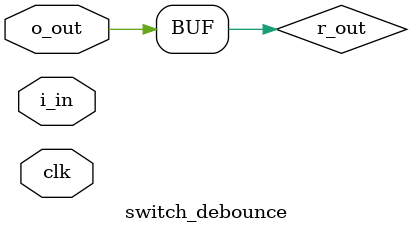
<source format=v>
`timescale 1ns / 1ps


module switch_debounce #(
		
		parameter TIME = 500000   /* amount of counts needed for a time of 4 ms to occur. The counter will count up as long as input is stable.
									 Basically when the input is stable for the above specified TIME parameter (125 MHz * 4ms), the output will follow */ 
		)(
		input clk,
		input i_in,    // switch, button, etc...
		input o_out    // stable and debounced output
		);
			
		// states for FSM
		localparam IDLE = 0;   // idle state
		localparam LTH = 1;    // switch goes from low to high
		localparam HTL = 2;    // switch goes from high to low
		
		reg [1:0] STATE = 0;   // register to keep track of the state
		
		reg r_out = 0;         // output register 
		
		// counter registers
		reg [31:0] counter = 0; // 32 bits so can specify a wide range of the TIME paramter
		reg count_enable = 0;   
		
		
		// always block to count
		always @ (posedge clk)
			begin 
				if (count_enable)
					begin 
						if (counter < TIME - 1)
							counter <= counter + 1;
						else 
							counter <= 0;
					end  // if (count...
				else  // if the count_enable is low
					counter <= 0;
			end  // always
		
		// state machine 
		always @ (posedge clk)
			begin 
				case (STATE)
					
					IDLE : begin   // IDLE is where the input is low, waiting to be switched or pressed (button)
							r_out <= 0;
							count_enable <= 0;
							if (i_in)  // if the input goes high
								STATE <= LTH;  // change state to the low to high (LTH) state
							else 
								STATE <= IDLE;  // else stay in the same state. 
						   end  // IDLE 
					
					LTH : begin 
							if (i_in) 
								begin 
									count_enable <= 1;  // enable counter
									if (counter == TIME - 1)  // if the counter reaches the full time
										begin
											r_out <= 1;  // the input is not bouncing anymore, so make output go high
											STATE <= HTL;  // change state to wait for when input switch goes back low
										end  // if (counter...
									else  // if counter doesn't reach full time
										begin 
											r_out <= 0;  // output not high
											STATE <= LTH;  // keep in same state 
										end  // else 
								end  // if (i_in)	
							else  // if i_in goes back low due to bounce
								begin 
									count_enable <= 0;  // reset counter
									r_out <= 0;
									STATE <= LTH;  // stay in same state 
								end  // else 
						  end  // LTH
						  
					HTL : begin 
							if (!i_in)
								begin 
									count_enable <= 1;  // enable counter
									if (counter == TIME - 1)  // if the counter reaches the full time
										begin
											r_out <= 0;  // the input is not bouncing anymore, so make output go low
											STATE <= IDLE;  // change state to wait for when input switch goes high again
										end  // if (counter...
									else  // if counter doesn't reach full time
										begin 
											r_out <= 1;  // output high
											STATE <= HTL;  // keep in same state 
										end  // else 
								end  // if (!i_in)	
							else  // if i_in goes back high due to bounce
								begin 
									count_enable <= 0;  // reset counter
									r_out <= 1;
									STATE <= HTL;  // stay in same state 
								end  // else 
						  end  // HTL 
						  
					default : begin 
								STATE <= IDLE;  // default state: wait for something to happen
								r_out <= 0;
								count_enable <= 0; 
							  end  // default 
				endcase
			end  // always 
			
		// output assignment 
		assign o_out = r_out;

endmodule  // switch_debounce
							
							
									
							
				
				
				
				
				
				
				
				
				
				
				
			
			
			
			
			
			
			
			
			
			
			
			
			
			
			
			
			
			
			
			
			
			
	
	
</source>
